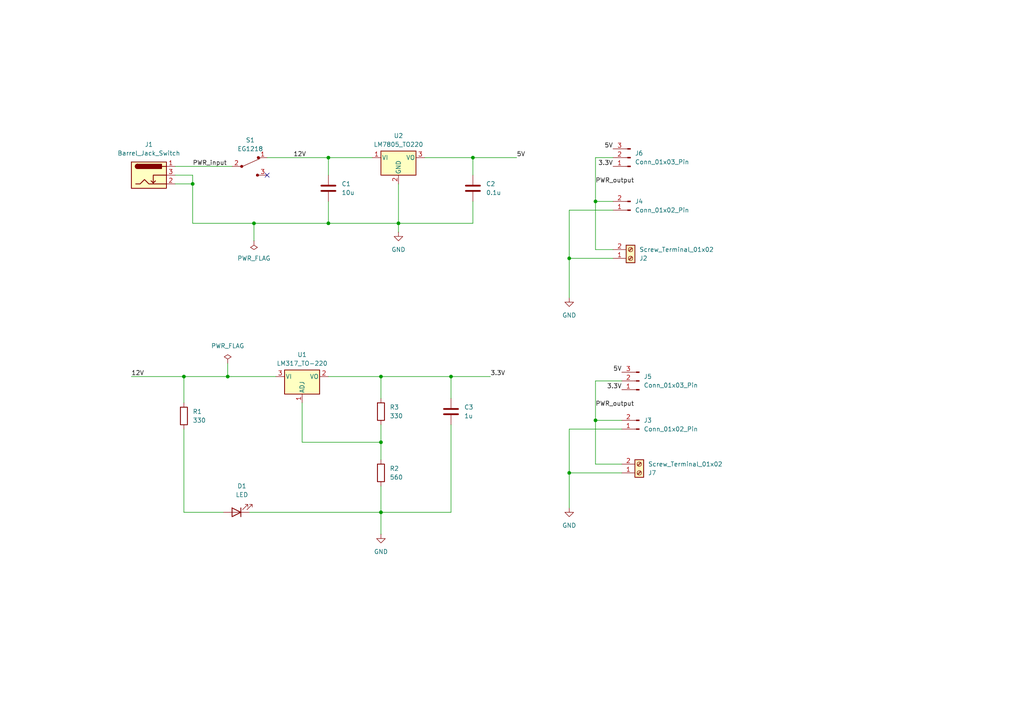
<source format=kicad_sch>
(kicad_sch (version 20250114) (generator "eeschema") (generator_version "9.0")
  (paper "A4")
  (title_block (title "Breadboard Power Supply") (date "2025-05-11") (rev "1") (company "Designed by Vishal"))
  (lib_symbols
    (symbol "Connector:Barrel_Jack_Switch" (pin_names (hide yes))
      (property "Reference" "J" (at 0 5.334 0))
      (property "Value" "Barrel_Jack_Switch" (at 0 -5.08 0))
      (symbol "Barrel_Jack_Switch_0_1"
        (rectangle (start -5.08 3.81) (end 5.08 -3.81) (stroke (width 0.254)) (fill (type background)))
        (polyline (pts (xy -3.81 -2.54) (xy -2.54 -2.54) (xy -1.27 -1.27) (xy 0 -2.54) (xy 2.54 -2.54) (xy 5.08 -2.54)) (stroke (width 0.254)))
        (arc (start -3.302 1.905) (mid -3.9343 2.54) (end -3.302 3.175) (stroke (width 0.254)))
        (arc (start -3.302 1.905) (mid -3.9343 2.54) (end -3.302 3.175) (stroke (width 0.254)) (fill (type outline)))
        (polyline (pts (xy 1.27 -2.286) (xy 1.905 -1.651)) (stroke (width 0.254)))
        (rectangle (start 3.683 3.175) (end -3.302 1.905) (stroke (width 0.254)) (fill (type outline)))
        (polyline (pts (xy 5.08 2.54) (xy 3.81 2.54)) (stroke (width 0.254)))
        (polyline (pts (xy 5.08 0) (xy 1.27 0) (xy 1.27 -2.286) (xy 0.635 -1.651)) (stroke (width 0.254)))
      )
      (symbol "Barrel_Jack_Switch_1_1"
        (pin passive line (at 7.62 2.54 180) (length 2.54) (name "~") (number "1"))
        (pin passive line (at 7.62 0 180) (length 2.54) (name "~") (number "3"))
        (pin passive line (at 7.62 -2.54 180) (length 2.54) (name "~") (number "2"))
      )
    )
    (symbol "Connector:Conn_01x02_Pin" (pin_names (offset 1.016) (hide yes))
      (property "Reference" "J" (at 0 2.54 0))
      (property "Value" "Conn_01x02_Pin" (at 0 -5.08 0))
      (symbol "Conn_01x02_Pin_1_1"
        (rectangle (start 0.8636 0.127) (end 0 -0.127) (stroke (width 0.1524)) (fill (type outline)))
        (rectangle (start 0.8636 -2.413) (end 0 -2.667) (stroke (width 0.1524)) (fill (type outline)))
        (polyline (pts (xy 1.27 0) (xy 0.8636 0)) (stroke (width 0.1524)))
        (polyline (pts (xy 1.27 -2.54) (xy 0.8636 -2.54)) (stroke (width 0.1524)))
        (pin passive line (at 5.08 0 180) (length 3.81) (name "Pin_1") (number "1"))
        (pin passive line (at 5.08 -2.54 180) (length 3.81) (name "Pin_2") (number "2"))
      )
    )
    (symbol "Connector:Conn_01x03_Pin" (pin_names (offset 1.016) (hide yes))
      (property "Reference" "J" (at 0 5.08 0))
      (property "Value" "Conn_01x03_Pin" (at 0 -5.08 0))
      (symbol "Conn_01x03_Pin_1_1"
        (rectangle (start 0.8636 2.667) (end 0 2.413) (stroke (width 0.1524)) (fill (type outline)))
        (rectangle (start 0.8636 0.127) (end 0 -0.127) (stroke (width 0.1524)) (fill (type outline)))
        (rectangle (start 0.8636 -2.413) (end 0 -2.667) (stroke (width 0.1524)) (fill (type outline)))
        (polyline (pts (xy 1.27 2.54) (xy 0.8636 2.54)) (stroke (width 0.1524)))
        (polyline (pts (xy 1.27 0) (xy 0.8636 0)) (stroke (width 0.1524)))
        (polyline (pts (xy 1.27 -2.54) (xy 0.8636 -2.54)) (stroke (width 0.1524)))
        (pin passive line (at 5.08 2.54 180) (length 3.81) (name "Pin_1") (number "1"))
        (pin passive line (at 5.08 0 180) (length 3.81) (name "Pin_2") (number "2"))
        (pin passive line (at 5.08 -2.54 180) (length 3.81) (name "Pin_3") (number "3"))
      )
    )
    (symbol "Connector:Screw_Terminal_01x02" (pin_names (offset 1.016) (hide yes))
      (property "Reference" "J" (at 0 2.54 0))
      (property "Value" "Screw_Terminal_01x02" (at 0 -5.08 0))
      (symbol "Screw_Terminal_01x02_1_1"
        (rectangle (start -1.27 1.27) (end 1.27 -3.81) (stroke (width 0.254)) (fill (type background)))
        (polyline (pts (xy -0.5334 0.3302) (xy 0.3302 -0.508)) (stroke (width 0.1524)))
        (polyline (pts (xy -0.5334 -2.2098) (xy 0.3302 -3.048)) (stroke (width 0.1524)))
        (polyline (pts (xy -0.3556 0.508) (xy 0.508 -0.3302)) (stroke (width 0.1524)))
        (polyline (pts (xy -0.3556 -2.032) (xy 0.508 -2.8702)) (stroke (width 0.1524)))
        (circle (center 0 0) (radius 0.635) (stroke (width 0.1524)))
        (circle (center 0 -2.54) (radius 0.635) (stroke (width 0.1524)))
        (pin passive line (at -5.08 0 0) (length 3.81) (name "Pin_1") (number "1"))
        (pin passive line (at -5.08 -2.54 0) (length 3.81) (name "Pin_2") (number "2"))
      )
    )
    (symbol "Device:C" (pin_numbers (hide yes)) (pin_names (offset 0.254))
      (property "Reference" "C" (at 0.635 2.54 0))
      (property "Value" "C" (at 0.635 -2.54 0))
      (symbol "C_0_1"
        (polyline (pts (xy -2.032 0.762) (xy 2.032 0.762)) (stroke (width 0.508)))
        (polyline (pts (xy -2.032 -0.762) (xy 2.032 -0.762)) (stroke (width 0.508)))
      )
      (symbol "C_1_1"
        (pin passive line (at 0 3.81 270) (length 2.794) (name "~") (number "1"))
        (pin passive line (at 0 -3.81 90) (length 2.794) (name "~") (number "2"))
      )
    )
    (symbol "Device:LED" (pin_numbers (hide yes)) (pin_names (offset 1.016) (hide yes))
      (property "Reference" "D" (at 0 2.54 0))
      (property "Value" "LED" (at 0 -2.54 0))
      (symbol "LED_0_1"
        (polyline (pts (xy -3.048 -0.762) (xy -4.572 -2.286) (xy -3.81 -2.286) (xy -4.572 -2.286) (xy -4.572 -1.524)))
        (polyline (pts (xy -1.778 -0.762) (xy -3.302 -2.286) (xy -2.54 -2.286) (xy -3.302 -2.286) (xy -3.302 -1.524)))
        (polyline (pts (xy -1.27 0) (xy 1.27 0)))
        (polyline (pts (xy -1.27 -1.27) (xy -1.27 1.27)) (stroke (width 0.254)))
        (polyline (pts (xy 1.27 -1.27) (xy 1.27 1.27) (xy -1.27 0) (xy 1.27 -1.27)) (stroke (width 0.254)))
      )
      (symbol "LED_1_1"
        (pin passive line (at -3.81 0 0) (length 2.54) (name "K") (number "1"))
        (pin passive line (at 3.81 0 180) (length 2.54) (name "A") (number "2"))
      )
    )
    (symbol "Device:R" (pin_numbers (hide yes)) (pin_names (offset 0))
      (property "Reference" "R" (at 2.032 0 90))
      (property "Value" "R" (at 0 0 90))
      (symbol "R_0_1"
        (rectangle (start -1.016 -2.54) (end 1.016 2.54) (stroke (width 0.254)))
      )
      (symbol "R_1_1"
        (pin passive line (at 0 3.81 270) (length 1.27) (name "~") (number "1"))
        (pin passive line (at 0 -3.81 90) (length 1.27) (name "~") (number "2"))
      )
    )
    (symbol "Regulator_Linear:LM317_TO-220" (pin_names (offset 0.254))
      (property "Reference" "U" (at -3.81 3.175 0))
      (property "Value" "LM317_TO-220" (at 0 3.175 0))
      (symbol "LM317_TO-220_0_1"
        (rectangle (start -5.08 1.905) (end 5.08 -5.08) (stroke (width 0.254)) (fill (type background)))
      )
      (symbol "LM317_TO-220_1_1"
        (pin power_in line (at -7.62 0 0) (length 2.54) (name "VI") (number "3"))
        (pin input line (at 0 -7.62 90) (length 2.54) (name "ADJ") (number "1"))
        (pin power_out line (at 7.62 0 180) (length 2.54) (name "VO") (number "2"))
      )
    )
    (symbol "Regulator_Linear:LM7805_TO220" (pin_names (offset 0.254))
      (property "Reference" "U" (at -3.81 3.175 0))
      (property "Value" "LM7805_TO220" (at 0 3.175 0))
      (symbol "LM7805_TO220_0_1"
        (rectangle (start -5.08 1.905) (end 5.08 -5.08) (stroke (width 0.254)) (fill (type background)))
      )
      (symbol "LM7805_TO220_1_1"
        (pin power_in line (at -7.62 0 0) (length 2.54) (name "VI") (number "1"))
        (pin power_in line (at 0 -7.62 90) (length 2.54) (name "GND") (number "2"))
        (pin power_out line (at 7.62 0 180) (length 2.54) (name "VO") (number "3"))
      )
    )
    (symbol "dk_Slide-Switches:EG1218" (pin_names (offset 0))
      (property "Reference" "S" (at -3.81 2.286 0))
      (property "Value" "EG1218" (at 0 -5.334 0))
      (symbol "EG1218_0_1"
        (circle (center -2.286 0) (radius 0.3556) (fill (type outline)))
        (polyline (pts (xy -2.032 0) (xy 3.048 2.286)))
        (circle (center 2.286 -2.54) (radius 0.3556) (fill (type outline)))
        (circle (center 2.54 2.54) (radius 0.3556) (fill (type outline)))
      )
      (symbol "EG1218_1_1"
        (pin passive line (at -5.08 0 0) (length 2.54) (name "~") (number "2"))
        (pin passive line (at 5.08 2.54 180) (length 2.54) (name "~") (number "1"))
        (pin passive line (at 5.08 -2.54 180) (length 2.54) (name "~") (number "3"))
      )
    )
    (symbol "power:GND" (power) (pin_numbers (hide yes)) (pin_names (offset 0) (hide yes))
      (property "Value" "GND" (at 0 -3.81 0))
      (symbol "GND_0_1"
        (polyline (pts (xy 0 0) (xy 0 -1.27) (xy 1.27 -1.27) (xy 0 -2.54) (xy -1.27 -1.27) (xy 0 -1.27)))
      )
      (symbol "GND_1_1"
        (pin power_in line (at 0 0 270) (length 0) (name "~") (number "1"))
      )
    )
    (symbol "power:PWR_FLAG" (power) (pin_numbers (hide yes)) (pin_names (offset 0) (hide yes))
      (property "Value" "PWR_FLAG" (at 0 3.81 0))
      (symbol "PWR_FLAG_0_0"
        (pin power_out line (at 0 0 90) (length 0) (name "~") (number "1"))
      )
      (symbol "PWR_FLAG_0_1"
        (polyline (pts (xy 0 0) (xy 0 1.27) (xy -1.016 1.905) (xy 0 2.54) (xy 1.016 1.905) (xy 0 1.27)))
      )
    )
  )
  (junction (at 165.1 74.93))
  (junction (at 95.25 45.72))
  (junction (at 110.49 148.59))
  (junction (at 95.25 64.77))
  (junction (at 137.16 45.72))
  (junction (at 73.66 64.77))
  (junction (at 172.72 58.42))
  (junction (at 53.34 109.22))
  (junction (at 172.72 121.92))
  (junction (at 110.49 128.27))
  (junction (at 130.81 109.22))
  (junction (at 110.49 109.22))
  (junction (at 66.04 109.22))
  (junction (at 55.88 53.34))
  (junction (at 115.57 64.77))
  (junction (at 165.1 137.16))
  (no_connect (at 77.47 50.8))
  (wire (pts (xy 177.8 45.72) (xy 172.72 45.72)))
  (wire (pts (xy 123.19 45.72) (xy 137.16 45.72)))
  (wire (pts (xy 172.72 72.39) (xy 177.8 72.39)))
  (wire (pts (xy 95.25 64.77) (xy 73.66 64.77)))
  (wire (pts (xy 172.72 58.42) (xy 172.72 72.39)))
  (wire (pts (xy 50.8 48.26) (xy 67.31 48.26)))
  (wire (pts (xy 50.8 53.34) (xy 55.88 53.34)))
  (wire (pts (xy 165.1 124.46) (xy 180.34 124.46)))
  (wire (pts (xy 50.8 50.8) (xy 55.88 50.8)))
  (wire (pts (xy 73.66 69.85) (xy 73.66 64.77)))
  (wire (pts (xy 95.25 45.72) (xy 107.95 45.72)))
  (wire (pts (xy 53.34 124.46) (xy 53.34 148.59)))
  (wire (pts (xy 130.81 148.59) (xy 130.81 123.19)))
  (wire (pts (xy 53.34 148.59) (xy 64.77 148.59)))
  (wire (pts (xy 110.49 109.22) (xy 130.81 109.22)))
  (wire (pts (xy 165.1 137.16) (xy 165.1 124.46)))
  (wire (pts (xy 110.49 109.22) (xy 110.49 115.57)))
  (wire (pts (xy 110.49 148.59) (xy 110.49 154.94)))
  (wire (pts (xy 177.8 60.96) (xy 165.1 60.96)))
  (wire (pts (xy 53.34 109.22) (xy 53.34 116.84)))
  (wire (pts (xy 137.16 45.72) (xy 149.86 45.72)))
  (wire (pts (xy 172.72 45.72) (xy 172.72 58.42)))
  (wire (pts (xy 66.04 109.22) (xy 80.01 109.22)))
  (wire (pts (xy 110.49 123.19) (xy 110.49 128.27)))
  (wire (pts (xy 38.1 109.22) (xy 53.34 109.22)))
  (wire (pts (xy 95.25 109.22) (xy 110.49 109.22)))
  (wire (pts (xy 66.04 105.41) (xy 66.04 109.22)))
  (wire (pts (xy 95.25 45.72) (xy 95.25 50.8)))
  (wire (pts (xy 72.39 148.59) (xy 110.49 148.59)))
  (wire (pts (xy 165.1 74.93) (xy 165.1 86.36)))
  (wire (pts (xy 87.63 128.27) (xy 110.49 128.27)))
  (wire (pts (xy 172.72 121.92) (xy 180.34 121.92)))
  (wire (pts (xy 115.57 53.34) (xy 115.57 64.77)))
  (wire (pts (xy 77.47 45.72) (xy 95.25 45.72)))
  (wire (pts (xy 110.49 148.59) (xy 130.81 148.59)))
  (wire (pts (xy 172.72 110.49) (xy 172.72 121.92)))
  (wire (pts (xy 165.1 137.16) (xy 180.34 137.16)))
  (wire (pts (xy 115.57 64.77) (xy 115.57 67.31)))
  (wire (pts (xy 110.49 128.27) (xy 110.49 133.35)))
  (wire (pts (xy 137.16 58.42) (xy 137.16 64.77)))
  (wire (pts (xy 115.57 64.77) (xy 95.25 64.77)))
  (wire (pts (xy 73.66 64.77) (xy 55.88 64.77)))
  (wire (pts (xy 172.72 121.92) (xy 172.72 134.62)))
  (wire (pts (xy 172.72 58.42) (xy 177.8 58.42)))
  (wire (pts (xy 180.34 110.49) (xy 172.72 110.49)))
  (wire (pts (xy 172.72 134.62) (xy 180.34 134.62)))
  (wire (pts (xy 137.16 45.72) (xy 137.16 50.8)))
  (wire (pts (xy 165.1 60.96) (xy 165.1 74.93)))
  (wire (pts (xy 130.81 109.22) (xy 142.24 109.22)))
  (wire (pts (xy 137.16 64.77) (xy 115.57 64.77)))
  (wire (pts (xy 87.63 116.84) (xy 87.63 128.27)))
  (wire (pts (xy 53.34 109.22) (xy 66.04 109.22)))
  (wire (pts (xy 55.88 50.8) (xy 55.88 53.34)))
  (wire (pts (xy 95.25 58.42) (xy 95.25 64.77)))
  (wire (pts (xy 55.88 64.77) (xy 55.88 53.34)))
  (wire (pts (xy 165.1 147.32) (xy 165.1 137.16)))
  (wire (pts (xy 110.49 140.97) (xy 110.49 148.59)))
  (wire (pts (xy 130.81 109.22) (xy 130.81 115.57)))
  (wire (pts (xy 165.1 74.93) (xy 177.8 74.93)))
  (label "3.3V" (at 180.34 113.03 180))
  (label "3.3V" (at 142.24 109.22 0))
  (label "PWR_output" (at 172.72 118.11 0))
  (label "5V" (at 177.8 43.18 180))
  (label "5V" (at 149.86 45.72 0))
  (label "PWR_output" (at 172.72 53.34 0))
  (label "PWR_input" (at 55.88 48.26 0))
  (label "5V" (at 180.34 107.95 180))
  (label "12V" (at 38.1 109.22 0))
  (label "12V" (at 85.09 45.72 0))
  (label "3.3V" (at 177.8 48.26 180))
  (symbol (lib_id "power:PWR_FLAG") (at 73.66 69.85 180) (unit 1)
    (property "Reference" "#FLG01" (effects (hide yes)))
    (property "Value" "PWR_FLAG" (at 73.66 74.93 0))
    (property "Description" "Special symbol for telling ERC where power comes from" (effects (hide yes)))
  )
  (symbol (lib_id "Device:C") (at 130.81 119.38 0) (unit 1)
    (property "Reference" "C3" (at 134.62 118.1099 0) (effects (justify left)))
    (property "Value" "1u" (at 134.62 120.6499 0) (effects (justify left)))
    (property "Footprint" "Capacitor_THT:C_Disc_D3.4mm_W2.1mm_P2.50mm" (effects (hide yes)))
    (property "Description" "Unpolarized capacitor" (effects (hide yes)))
  )
  (symbol (lib_id "Device:C") (at 137.16 54.61 0) (unit 1)
    (property "Reference" "C2" (at 140.97 53.3399 0) (effects (justify left)))
    (property "Value" "0.1u" (at 140.97 55.8799 0) (effects (justify left)))
    (property "Footprint" "Capacitor_THT:C_Disc_D3.0mm_W1.6mm_P2.50mm" (effects (hide yes)))
    (property "Description" "Unpolarized capacitor" (effects (hide yes)))
  )
  (symbol (lib_id "Device:R") (at 110.49 137.16 0) (unit 1)
    (property "Reference" "R2" (at 113.03 135.8899 0) (effects (justify left)))
    (property "Value" "560" (at 113.03 138.4299 0) (effects (justify left)))
    (property "Footprint" "Resistor_THT:R_Axial_DIN0204_L3.6mm_D1.6mm_P7.62mm_Horizontal" (effects (hide yes)))
    (property "Description" "Resistor" (effects (hide yes)))
  )
  (symbol (lib_id "power:PWR_FLAG") (at 66.04 105.41 0) (unit 1)
    (property "Reference" "#FLG02" (effects (hide yes)))
    (property "Value" "PWR_FLAG" (at 66.04 100.33 0))
    (property "Description" "Special symbol for telling ERC where power comes from" (effects (hide yes)))
  )
  (symbol (lib_id "Device:R") (at 110.49 119.38 0) (unit 1)
    (property "Reference" "R3" (at 113.03 118.1099 0) (effects (justify left)))
    (property "Value" "330" (at 113.03 120.6499 0) (effects (justify left)))
    (property "Footprint" "Resistor_THT:R_Axial_DIN0204_L3.6mm_D1.6mm_P7.62mm_Horizontal" (effects (hide yes)))
    (property "Description" "Resistor" (effects (hide yes)))
  )
  (symbol (lib_id "Regulator_Linear:LM317_TO-220") (at 87.63 109.22 0) (unit 1)
    (property "Reference" "U1" (at 87.63 102.87 0))
    (property "Value" "LM317_TO-220" (at 87.63 105.41 0))
    (property "Footprint" "Package_TO_SOT_THT:TO-220-3_Vertical" (effects (hide yes)))
    (property "Datasheet" "http://www.ti.com/lit/ds/symlink/lm317.pdf" (effects (hide yes)))
    (property "Description" "1.5A 35V Adjustable Linear Regulator, TO-220" (effects (hide yes)))
  )
  (symbol (lib_id "power:GND") (at 165.1 86.36 0) (unit 1)
    (property "Reference" "#PWR03" (effects (hide yes)))
    (property "Value" "GND" (at 165.1 91.44 0))
    (property "Description" "Power symbol creates a global label with name \"GND\" , ground" (effects (hide yes)))
  )
  (symbol (lib_id "Connector:Conn_01x03_Pin") (at 182.88 45.72 180) (unit 1)
    (property "Reference" "J6" (at 184.15 44.4499 0) (effects (justify right)))
    (property "Value" "Conn_01x03_Pin" (at 184.15 46.9899 0) (effects (justify right)))
    (property "Footprint" "Connector_PinHeader_1.27mm:PinHeader_1x03_P1.27mm_Vertical" (effects (hide yes)))
    (property "Description" "Generic connector, single row, 01x03, script generated" (effects (hide yes)))
  )
  (symbol (lib_id "Connector:Screw_Terminal_01x02") (at 185.42 137.16 0) (mirror x) (unit 1)
    (property "Reference" "J7" (at 187.96 137.1601 0) (effects (justify left)))
    (property "Value" "Screw_Terminal_01x02" (at 187.96 134.6201 0) (effects (justify left)))
    (property "Footprint" "TerminalBlock:TerminalBlock_MaiXu_MX126-5.0-02P_1x02_P5.00mm" (effects (hide yes)))
    (property "Description" "Generic screw terminal, single row, 01x02, script generated (kicad-library-utils/schlib/autogen/connector/)" (effects (hide yes)))
  )
  (symbol (lib_id "dk_Slide-Switches:EG1218") (at 72.39 48.26 0) (unit 1)
    (property "Reference" "S1" (at 72.5932 40.64 0))
    (property "Value" "EG1218" (at 72.5932 43.18 0))
    (property "Footprint" "digikey-footprints:Switch_Slide_11.6x4mm_EG1218" (effects (hide yes)))
    (property "Datasheet" "http://spec_sheets.e-switch.com/specs/P040040.pdf" (effects (hide yes)))
    (property "Description" "SWITCH SLIDE SPDT 200MA 30V" (effects (hide yes)))
    (property "Digi-Key_PN" "EG1903-ND" (effects (hide yes)))
    (property "MPN" "EG1218" (effects (hide yes)))
    (property "Category" "Switches" (effects (hide yes)))
    (property "Family" "Slide Switches" (effects (hide yes)))
    (property "DK_Datasheet_Link" "http://spec_sheets.e-switch.com/specs/P040040.pdf" (effects (hide yes)))
    (property "DK_Detail_Page" "/product-detail/en/e-switch/EG1218/EG1903-ND/101726" (effects (hide yes)))
    (property "Description_1" "SWITCH SLIDE SPDT 200MA 30V" (effects (hide yes)))
    (property "Manufacturer" "E-Switch" (effects (hide yes)))
    (property "Status" "Active" (effects (hide yes)))
  )
  (symbol (lib_id "Device:LED") (at 68.58 148.59 180) (unit 1)
    (property "Reference" "D1" (at 70.1675 140.97 0))
    (property "Value" "LED" (at 70.1675 143.51 0))
    (property "Footprint" "LED_THT:LED_D4.0mm" (effects (hide yes)))
    (property "Description" "Light emitting diode" (effects (hide yes)))
    (property "Sim.Pins" "1=K 2=A" (effects (hide yes)))
  )
  (symbol (lib_id "power:GND") (at 110.49 154.94 0) (unit 1)
    (property "Reference" "#PWR02" (effects (hide yes)))
    (property "Value" "GND" (at 110.49 160.02 0))
    (property "Description" "Power symbol creates a global label with name \"GND\" , ground" (effects (hide yes)))
  )
  (symbol (lib_id "Connector:Conn_01x02_Pin") (at 185.42 124.46 180) (unit 1)
    (property "Reference" "J3" (at 186.69 121.9199 0) (effects (justify right)))
    (property "Value" "Conn_01x02_Pin" (at 186.69 124.4599 0) (effects (justify right)))
    (property "Footprint" "Connector_PinHeader_1.27mm:PinHeader_1x02_P1.27mm_Vertical" (effects (hide yes)))
    (property "Description" "Generic connector, single row, 01x02, script generated" (effects (hide yes)))
  )
  (symbol (lib_id "Device:C") (at 95.25 54.61 0) (unit 1)
    (property "Reference" "C1" (at 99.06 53.3399 0) (effects (justify left)))
    (property "Value" "10u" (at 99.06 55.8799 0) (effects (justify left)))
    (property "Footprint" "Capacitor_THT:C_Radial_D4.0mm_H5.0mm_P1.50mm" (effects (hide yes)))
    (property "Description" "Unpolarized capacitor" (effects (hide yes)))
  )
  (symbol (lib_id "Connector:Conn_01x02_Pin") (at 182.88 60.96 180) (unit 1)
    (property "Reference" "J4" (at 184.15 58.4199 0) (effects (justify right)))
    (property "Value" "Conn_01x02_Pin" (at 184.15 60.9599 0) (effects (justify right)))
    (property "Footprint" "Connector_PinHeader_1.27mm:PinHeader_1x02_P1.27mm_Vertical" (effects (hide yes)))
    (property "Description" "Generic connector, single row, 01x02, script generated" (effects (hide yes)))
  )
  (symbol (lib_id "power:GND") (at 115.57 67.31 0) (unit 1)
    (property "Reference" "#PWR01" (effects (hide yes)))
    (property "Value" "GND" (at 115.57 72.39 0))
    (property "Description" "Power symbol creates a global label with name \"GND\" , ground" (effects (hide yes)))
  )
  (symbol (lib_id "Connector:Conn_01x03_Pin") (at 185.42 110.49 180) (unit 1)
    (property "Reference" "J5" (at 186.69 109.2199 0) (effects (justify right)))
    (property "Value" "Conn_01x03_Pin" (at 186.69 111.7599 0) (effects (justify right)))
    (property "Footprint" "Connector_PinHeader_1.27mm:PinHeader_1x03_P1.27mm_Vertical" (effects (hide yes)))
    (property "Description" "Generic connector, single row, 01x03, script generated" (effects (hide yes)))
  )
  (symbol (lib_id "Connector:Barrel_Jack_Switch") (at 43.18 50.8 0) (unit 1)
    (property "Reference" "J1" (at 43.18 41.91 0))
    (property "Value" "Barrel_Jack_Switch" (at 43.18 44.45 0))
    (property "Footprint" "Connector_BarrelJack:BarrelJack_Horizontal" (effects (hide yes)))
    (property "Description" "DC Barrel Jack with an internal switch" (effects (hide yes)))
  )
  (symbol (lib_id "Connector:Screw_Terminal_01x02") (at 182.88 74.93 0) (mirror x) (unit 1)
    (property "Reference" "J2" (at 185.42 74.9301 0) (effects (justify left)))
    (property "Value" "Screw_Terminal_01x02" (at 185.42 72.3901 0) (effects (justify left)))
    (property "Footprint" "TerminalBlock:TerminalBlock_MaiXu_MX126-5.0-02P_1x02_P5.00mm" (effects (hide yes)))
    (property "Description" "Generic screw terminal, single row, 01x02, script generated (kicad-library-utils/schlib/autogen/connector/)" (effects (hide yes)))
  )
  (symbol (lib_id "Device:R") (at 53.34 120.65 0) (unit 1)
    (property "Reference" "R1" (at 55.88 119.3799 0) (effects (justify left)))
    (property "Value" "330" (at 55.88 121.9199 0) (effects (justify left)))
    (property "Footprint" "Resistor_THT:R_Axial_DIN0204_L3.6mm_D1.6mm_P7.62mm_Horizontal" (effects (hide yes)))
    (property "Description" "Resistor" (effects (hide yes)))
  )
  (symbol (lib_id "power:GND") (at 165.1 147.32 0) (unit 1)
    (property "Reference" "#PWR04" (effects (hide yes)))
    (property "Value" "GND" (at 165.1 152.4 0))
    (property "Description" "Power symbol creates a global label with name \"GND\" , ground" (effects (hide yes)))
  )
  (symbol (lib_id "Regulator_Linear:LM7805_TO220") (at 115.57 45.72 0) (unit 1)
    (property "Reference" "U2" (at 115.57 39.37 0))
    (property "Value" "LM7805_TO220" (at 115.57 41.91 0))
    (property "Footprint" "Package_TO_SOT_THT:TO-220-3_Vertical" (effects (hide yes)))
    (property "Datasheet" "https://www.onsemi.cn/PowerSolutions/document/MC7800-D.PDF" (effects (hide yes)))
    (property "Description" "Positive 1A 35V Linear Regulator, Fixed Output 5V, TO-220" (effects (hide yes)))
  )
)
</source>
